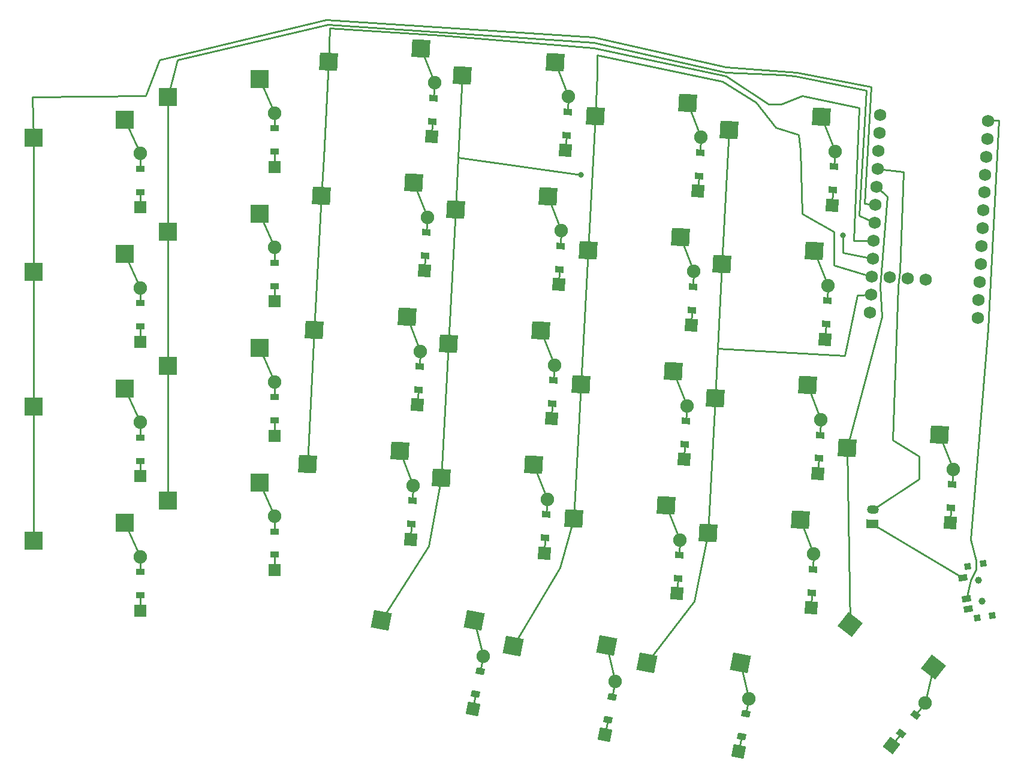
<source format=gbr>
%TF.GenerationSoftware,KiCad,Pcbnew,8.0.4*%
%TF.CreationDate,2024-09-16T15:22:01-06:00*%
%TF.ProjectId,left_board,6c656674-5f62-46f6-9172-642e6b696361,v1.0.0*%
%TF.SameCoordinates,Original*%
%TF.FileFunction,Copper,L2,Bot*%
%TF.FilePolarity,Positive*%
%FSLAX46Y46*%
G04 Gerber Fmt 4.6, Leading zero omitted, Abs format (unit mm)*
G04 Created by KiCad (PCBNEW 8.0.4) date 2024-09-16 15:22:01*
%MOMM*%
%LPD*%
G01*
G04 APERTURE LIST*
G04 Aperture macros list*
%AMHorizOval*
0 Thick line with rounded ends*
0 $1 width*
0 $2 $3 position (X,Y) of the first rounded end (center of the circle)*
0 $4 $5 position (X,Y) of the second rounded end (center of the circle)*
0 Add line between two ends*
20,1,$1,$2,$3,$4,$5,0*
0 Add two circle primitives to create the rounded ends*
1,1,$1,$2,$3*
1,1,$1,$4,$5*%
%AMRotRect*
0 Rectangle, with rotation*
0 The origin of the aperture is its center*
0 $1 length*
0 $2 width*
0 $3 Rotation angle, in degrees counterclockwise*
0 Add horizontal line*
21,1,$1,$2,0,0,$3*%
G04 Aperture macros list end*
%TA.AperFunction,SMDPad,CuDef*%
%ADD10RotRect,0.900000X0.900000X280.000000*%
%TD*%
%TA.AperFunction,WasherPad*%
%ADD11C,1.000000*%
%TD*%
%TA.AperFunction,SMDPad,CuDef*%
%ADD12RotRect,0.900000X1.250000X280.000000*%
%TD*%
%TA.AperFunction,ComponentPad*%
%ADD13RotRect,1.778000X1.778000X87.000000*%
%TD*%
%TA.AperFunction,SMDPad,CuDef*%
%ADD14RotRect,0.900000X1.200000X87.000000*%
%TD*%
%TA.AperFunction,ComponentPad*%
%ADD15C,1.905000*%
%TD*%
%TA.AperFunction,SMDPad,CuDef*%
%ADD16RotRect,2.550000X2.500000X357.000000*%
%TD*%
%TA.AperFunction,ComponentPad*%
%ADD17RotRect,1.778000X1.778000X79.000000*%
%TD*%
%TA.AperFunction,SMDPad,CuDef*%
%ADD18RotRect,0.900000X1.200000X79.000000*%
%TD*%
%TA.AperFunction,SMDPad,CuDef*%
%ADD19R,2.550000X2.500000*%
%TD*%
%TA.AperFunction,ComponentPad*%
%ADD20C,1.752600*%
%TD*%
%TA.AperFunction,ComponentPad*%
%ADD21R,1.778000X1.778000*%
%TD*%
%TA.AperFunction,SMDPad,CuDef*%
%ADD22R,1.200000X0.900000*%
%TD*%
%TA.AperFunction,ComponentPad*%
%ADD23RotRect,1.200000X1.700000X87.000000*%
%TD*%
%TA.AperFunction,ComponentPad*%
%ADD24HorizOval,1.200000X-0.249657X0.013084X0.249657X-0.013084X0*%
%TD*%
%TA.AperFunction,SMDPad,CuDef*%
%ADD25RotRect,2.550000X2.500000X349.000000*%
%TD*%
%TA.AperFunction,ComponentPad*%
%ADD26RotRect,1.778000X1.778000X52.000000*%
%TD*%
%TA.AperFunction,SMDPad,CuDef*%
%ADD27RotRect,0.900000X1.200000X52.000000*%
%TD*%
%TA.AperFunction,SMDPad,CuDef*%
%ADD28RotRect,2.550000X2.500000X322.000000*%
%TD*%
%TA.AperFunction,ViaPad*%
%ADD29C,0.800000*%
%TD*%
%TA.AperFunction,Conductor*%
%ADD30C,0.250000*%
%TD*%
G04 APERTURE END LIST*
D10*
%TO.P,T1,*%
%TO.N,*%
X277027359Y-162148845D03*
X274860782Y-162530871D03*
D11*
X276326097Y-164506435D03*
X276847041Y-167460859D03*
D10*
X278312356Y-169436423D03*
X276145779Y-169818449D03*
D12*
%TO.P,T1,1*%
%TO.N,pos*%
X274152385Y-164128151D03*
%TO.P,T1,2*%
%TO.N,RAW*%
X274673329Y-167082573D03*
%TO.P,T1,3*%
%TO.N,N/C*%
X274933801Y-168559784D03*
%TD*%
D13*
%TO.P,D13,1*%
%TO.N,P115*%
X215059692Y-160632736D03*
D14*
X215172738Y-158475696D03*
%TO.P,D13,2*%
%TO.N,three_bottom*%
X215345446Y-155180218D03*
D15*
X215458492Y-153023178D03*
%TD*%
D16*
%TO.P,S22,1*%
%TO.N,P104*%
X239151594Y-138776155D03*
%TO.P,S22,2*%
%TO.N,five_home*%
X252193811Y-136916183D03*
%TD*%
%TO.P,S11,1*%
%TO.N,P024*%
X183575529Y-110113247D03*
%TO.P,S11,2*%
%TO.N,two_qwerty*%
X196617746Y-108253275D03*
%TD*%
D17*
%TO.P,D25,1*%
%TO.N,P113*%
X204935649Y-182685083D03*
D18*
X205347796Y-180564768D03*
%TO.P,D25,2*%
%TO.N,near_thumb*%
X205977466Y-177325398D03*
D15*
X206389613Y-175205083D03*
%TD*%
D19*
%TO.P,S7,1*%
%TO.N,P022*%
X161894120Y-115190988D03*
%TO.P,S7,2*%
%TO.N,one_qwerty*%
X174821120Y-112650988D03*
%TD*%
D13*
%TO.P,D19,1*%
%TO.N,P029*%
X235773169Y-128435170D03*
D14*
X235886215Y-126278130D03*
%TO.P,D19,2*%
%TO.N,four_qwerty*%
X236058923Y-122982652D03*
D15*
X236171969Y-120825612D03*
%TD*%
D20*
%TO.P,MCU1,1*%
%TO.N,P006*%
X262495331Y-98712965D03*
%TO.P,MCU1,2*%
%TO.N,P008*%
X262362398Y-101249484D03*
%TO.P,MCU1,3*%
%TO.N,GND*%
X262229465Y-103786003D03*
%TO.P,MCU1,4*%
X262096531Y-106322522D03*
%TO.P,MCU1,5*%
%TO.N,P017*%
X261963598Y-108859041D03*
%TO.P,MCU1,6*%
%TO.N,P020*%
X261830665Y-111395561D03*
%TO.P,MCU1,7*%
%TO.N,P022*%
X261697731Y-113932080D03*
%TO.P,MCU1,8*%
%TO.N,P024*%
X261564798Y-116468599D03*
%TO.P,MCU1,9*%
%TO.N,P100*%
X261431865Y-119005118D03*
%TO.P,MCU1,10*%
%TO.N,P011*%
X261298931Y-121541637D03*
%TO.P,MCU1,11*%
%TO.N,P104*%
X261165998Y-124078156D03*
%TO.P,MCU1,12*%
%TO.N,P106*%
X261033065Y-126614675D03*
%TO.P,MCU1,13*%
%TO.N,P009*%
X276252179Y-127412275D03*
%TO.P,MCU1,14*%
%TO.N,P010*%
X276385112Y-124875756D03*
%TO.P,MCU1,15*%
%TO.N,P111*%
X276518045Y-122339237D03*
%TO.P,MCU1,16*%
%TO.N,P113*%
X276650979Y-119802718D03*
%TO.P,MCU1,17*%
%TO.N,P115*%
X276783912Y-117266199D03*
%TO.P,MCU1,18*%
%TO.N,P002*%
X276916845Y-114729679D03*
%TO.P,MCU1,19*%
%TO.N,P029*%
X277049779Y-112193160D03*
%TO.P,MCU1,20*%
%TO.N,P031*%
X277182712Y-109656641D03*
%TO.P,MCU1,21*%
%TO.N,VCC*%
X277315645Y-107120122D03*
%TO.P,MCU1,22*%
%TO.N,RST*%
X277448579Y-104583603D03*
%TO.P,MCU1,23*%
%TO.N,GND*%
X277581512Y-102047084D03*
%TO.P,MCU1,24*%
%TO.N,RAW*%
X277714445Y-99510565D03*
%TO.P,MCU1,31*%
%TO.N,P101*%
X263835450Y-121674570D03*
%TO.P,MCU1,32*%
%TO.N,P102*%
X266371969Y-121807503D03*
%TO.P,MCU1,33*%
%TO.N,P107*%
X268908488Y-121940437D03*
%TD*%
D16*
%TO.P,S18,1*%
%TO.N,P011*%
X220229968Y-136783142D03*
%TO.P,S18,2*%
%TO.N,four_home*%
X233272185Y-134923170D03*
%TD*%
%TO.P,S12,1*%
%TO.N,P024*%
X184569913Y-91139285D03*
%TO.P,S12,2*%
%TO.N,two_number*%
X197612130Y-89279313D03*
%TD*%
%TO.P,S16,1*%
%TO.N,P100*%
X203494024Y-93084863D03*
%TO.P,S16,2*%
%TO.N,three_number*%
X216536241Y-91224891D03*
%TD*%
D13*
%TO.P,D14,1*%
%TO.N,P002*%
X216054075Y-141658775D03*
D14*
X216167121Y-139501735D03*
%TO.P,D14,2*%
%TO.N,three_home*%
X216339829Y-136206257D03*
D15*
X216452875Y-134049217D03*
%TD*%
D13*
%TO.P,D21,1*%
%TO.N,P115*%
X252706028Y-168376105D03*
D14*
X252819074Y-166219065D03*
%TO.P,D21,2*%
%TO.N,five_bottom*%
X252991782Y-162923587D03*
D15*
X253104828Y-160766547D03*
%TD*%
D21*
%TO.P,D7,1*%
%TO.N,P029*%
X176979120Y-125040988D03*
D22*
X176979120Y-122880988D03*
%TO.P,D7,2*%
%TO.N,one_qwerty*%
X176979120Y-119580988D03*
D15*
X176979120Y-117420988D03*
%TD*%
D19*
%TO.P,S2,1*%
%TO.N,P020*%
X142894120Y-139905988D03*
%TO.P,S2,2*%
%TO.N,function_keys_home*%
X155821120Y-137365988D03*
%TD*%
D21*
%TO.P,D6,1*%
%TO.N,P002*%
X176979120Y-144040988D03*
D22*
X176979120Y-141880988D03*
%TO.P,D6,2*%
%TO.N,one_home*%
X176979120Y-138580988D03*
D15*
X176979120Y-136420988D03*
%TD*%
D17*
%TO.P,D27,1*%
%TO.N,P113*%
X242475993Y-188708791D03*
D18*
X242888140Y-186588476D03*
%TO.P,D27,2*%
%TO.N,far_thumb*%
X243517810Y-183349106D03*
D15*
X243929957Y-181228791D03*
%TD*%
D19*
%TO.P,S5,1*%
%TO.N,P022*%
X161894120Y-153190988D03*
%TO.P,S5,2*%
%TO.N,one_bottom*%
X174821120Y-150650988D03*
%TD*%
D23*
%TO.P,JST1,1*%
%TO.N,pos*%
X261339320Y-156501663D03*
D24*
%TO.P,JST1,2*%
%TO.N,GND*%
X261443992Y-154504403D03*
%TD*%
D16*
%TO.P,S19,1*%
%TO.N,P011*%
X221224352Y-117809181D03*
%TO.P,S19,2*%
%TO.N,four_qwerty*%
X234266569Y-115949209D03*
%TD*%
D17*
%TO.P,D26,1*%
%TO.N,P113*%
X223586565Y-186310454D03*
D18*
X223998712Y-184190139D03*
%TO.P,D26,2*%
%TO.N,home_thumb*%
X224628382Y-180950769D03*
D15*
X225040529Y-178830454D03*
%TD*%
D13*
%TO.P,D18,1*%
%TO.N,P002*%
X234778786Y-147409131D03*
D14*
X234891832Y-145252091D03*
%TO.P,D18,2*%
%TO.N,four_home*%
X235064540Y-141956613D03*
D15*
X235177586Y-139799573D03*
%TD*%
D13*
%TO.P,D24,1*%
%TO.N,P031*%
X255689178Y-111454221D03*
D14*
X255802224Y-109297181D03*
%TO.P,D24,2*%
%TO.N,five_number*%
X255974932Y-106001703D03*
D15*
X256087978Y-103844663D03*
%TD*%
D16*
%TO.P,S29,1*%
%TO.N,P017*%
X257811539Y-145762315D03*
%TO.P,S29,2*%
%TO.N,curly_square*%
X270853756Y-143902343D03*
%TD*%
D25*
%TO.P,S25,1*%
%TO.N,P100*%
X192007271Y-170137701D03*
%TO.P,S25,2*%
%TO.N,near_thumb*%
X205181421Y-170110956D03*
%TD*%
D13*
%TO.P,D29,1*%
%TO.N,P002*%
X272360357Y-156388304D03*
D14*
X272473403Y-154231264D03*
%TO.P,D29,2*%
%TO.N,curly_square*%
X272646111Y-150935786D03*
D15*
X272759157Y-148778746D03*
%TD*%
D19*
%TO.P,S8,1*%
%TO.N,P022*%
X161894120Y-96190988D03*
%TO.P,S8,2*%
%TO.N,one_number*%
X174821120Y-93650988D03*
%TD*%
%TO.P,S1,1*%
%TO.N,P020*%
X142894120Y-158905988D03*
%TO.P,S1,2*%
%TO.N,function_keys_bottom*%
X155821120Y-156365988D03*
%TD*%
D16*
%TO.P,S13,1*%
%TO.N,P100*%
X200510874Y-150006747D03*
%TO.P,S13,2*%
%TO.N,three_bottom*%
X213553091Y-148146775D03*
%TD*%
D21*
%TO.P,D3,1*%
%TO.N,P029*%
X157979120Y-130755988D03*
D22*
X157979120Y-128595988D03*
%TO.P,D3,2*%
%TO.N,function_keys_qwerty*%
X157979120Y-125295988D03*
D15*
X157979120Y-123135988D03*
%TD*%
D13*
%TO.P,D22,1*%
%TO.N,P002*%
X253700411Y-149402144D03*
D14*
X253813457Y-147245104D03*
%TO.P,D22,2*%
%TO.N,five_home*%
X253986165Y-143949626D03*
D15*
X254099211Y-141792586D03*
%TD*%
D21*
%TO.P,D8,1*%
%TO.N,P031*%
X176979120Y-106040988D03*
D22*
X176979120Y-103880988D03*
%TO.P,D8,2*%
%TO.N,one_number*%
X176979120Y-100580988D03*
D15*
X176979120Y-98420988D03*
%TD*%
D13*
%TO.P,D15,1*%
%TO.N,P029*%
X217048458Y-122684813D03*
D14*
X217161504Y-120527773D03*
%TO.P,D15,2*%
%TO.N,three_qwerty*%
X217334212Y-117232295D03*
D15*
X217447258Y-115075255D03*
%TD*%
D19*
%TO.P,S6,1*%
%TO.N,P022*%
X161894120Y-134190988D03*
%TO.P,S6,2*%
%TO.N,one_home*%
X174821120Y-131650988D03*
%TD*%
D25*
%TO.P,S26,1*%
%TO.N,P011*%
X210658187Y-173763071D03*
%TO.P,S26,2*%
%TO.N,home_thumb*%
X223832337Y-173736326D03*
%TD*%
D13*
%TO.P,D12,1*%
%TO.N,P031*%
X199118730Y-101765274D03*
D14*
X199231776Y-99608234D03*
%TO.P,D12,2*%
%TO.N,two_number*%
X199404484Y-96312756D03*
D15*
X199517530Y-94155716D03*
%TD*%
D13*
%TO.P,D10,1*%
%TO.N,P002*%
X197129964Y-139713197D03*
D14*
X197243010Y-137556157D03*
%TO.P,D10,2*%
%TO.N,two_home*%
X197415718Y-134260679D03*
D15*
X197528764Y-132103639D03*
%TD*%
D16*
%TO.P,S23,1*%
%TO.N,P104*%
X240145977Y-119802193D03*
%TO.P,S23,2*%
%TO.N,five_qwerty*%
X253188194Y-117942221D03*
%TD*%
D19*
%TO.P,S3,1*%
%TO.N,P020*%
X142894120Y-120905988D03*
%TO.P,S3,2*%
%TO.N,function_keys_qwerty*%
X155821120Y-118365988D03*
%TD*%
%TO.P,S4,1*%
%TO.N,P020*%
X142894120Y-101905988D03*
%TO.P,S4,2*%
%TO.N,function_keys_number*%
X155821120Y-99365988D03*
%TD*%
D13*
%TO.P,D23,1*%
%TO.N,P029*%
X254694794Y-130428182D03*
D14*
X254807840Y-128271142D03*
%TO.P,D23,2*%
%TO.N,five_qwerty*%
X254980548Y-124975664D03*
D15*
X255093594Y-122818624D03*
%TD*%
D16*
%TO.P,S9,1*%
%TO.N,P024*%
X181586763Y-148061169D03*
%TO.P,S9,2*%
%TO.N,two_bottom*%
X194628980Y-146201197D03*
%TD*%
D25*
%TO.P,S27,1*%
%TO.N,P104*%
X229547615Y-176161408D03*
%TO.P,S27,2*%
%TO.N,far_thumb*%
X242721765Y-176134663D03*
%TD*%
D13*
%TO.P,D17,1*%
%TO.N,P115*%
X233784403Y-166383092D03*
D14*
X233897449Y-164226052D03*
%TO.P,D17,2*%
%TO.N,four_bottom*%
X234070157Y-160930574D03*
D15*
X234183203Y-158773534D03*
%TD*%
D16*
%TO.P,S15,1*%
%TO.N,P100*%
X202499641Y-112058824D03*
%TO.P,S15,2*%
%TO.N,three_qwerty*%
X215541858Y-110198852D03*
%TD*%
%TO.P,S20,1*%
%TO.N,P011*%
X222218735Y-98835219D03*
%TO.P,S20,2*%
%TO.N,four_number*%
X235260952Y-96975247D03*
%TD*%
D21*
%TO.P,D2,1*%
%TO.N,P002*%
X157979120Y-149755988D03*
D22*
X157979120Y-147595988D03*
%TO.P,D2,2*%
%TO.N,function_keys_home*%
X157979120Y-144295988D03*
D15*
X157979120Y-142135988D03*
%TD*%
D16*
%TO.P,S17,1*%
%TO.N,P011*%
X219235585Y-155757103D03*
%TO.P,S17,2*%
%TO.N,four_bottom*%
X232277802Y-153897131D03*
%TD*%
%TO.P,S14,1*%
%TO.N,P100*%
X201505257Y-131032786D03*
%TO.P,S14,2*%
%TO.N,three_home*%
X214547474Y-129172814D03*
%TD*%
%TO.P,S21,1*%
%TO.N,P104*%
X238157211Y-157750116D03*
%TO.P,S21,2*%
%TO.N,five_bottom*%
X251199428Y-155890144D03*
%TD*%
D21*
%TO.P,D1,1*%
%TO.N,P115*%
X157979120Y-168755988D03*
D22*
X157979120Y-166595988D03*
%TO.P,D1,2*%
%TO.N,function_keys_bottom*%
X157979120Y-163295988D03*
D15*
X157979120Y-161135988D03*
%TD*%
D26*
%TO.P,D28,1*%
%TO.N,P113*%
X264087281Y-187829376D03*
D27*
X265417110Y-186127273D03*
%TO.P,D28,2*%
%TO.N,space_thumb*%
X267448792Y-183526837D03*
D15*
X268778621Y-181824734D03*
%TD*%
D21*
%TO.P,D4,1*%
%TO.N,P031*%
X157979120Y-111755988D03*
D22*
X157979120Y-109595988D03*
%TO.P,D4,2*%
%TO.N,function_keys_number*%
X157979120Y-106295988D03*
D15*
X157979120Y-104135988D03*
%TD*%
D21*
%TO.P,D5,1*%
%TO.N,P115*%
X176979120Y-163040988D03*
D22*
X176979120Y-160880988D03*
%TO.P,D5,2*%
%TO.N,one_bottom*%
X176979120Y-157580988D03*
D15*
X176979120Y-155420988D03*
%TD*%
D28*
%TO.P,S28,1*%
%TO.N,P017*%
X258264404Y-170780217D03*
%TO.P,S28,2*%
%TO.N,space_thumb*%
X270014799Y-176737326D03*
%TD*%
D13*
%TO.P,D20,1*%
%TO.N,P031*%
X236767552Y-109461208D03*
D14*
X236880598Y-107304168D03*
%TO.P,D20,2*%
%TO.N,four_number*%
X237053306Y-104008690D03*
D15*
X237166352Y-101851650D03*
%TD*%
D13*
%TO.P,D9,1*%
%TO.N,P115*%
X196135580Y-158687158D03*
D14*
X196248626Y-156530118D03*
%TO.P,D9,2*%
%TO.N,two_bottom*%
X196421334Y-153234640D03*
D15*
X196534380Y-151077600D03*
%TD*%
D13*
%TO.P,D11,1*%
%TO.N,P029*%
X198124347Y-120739236D03*
D14*
X198237393Y-118582196D03*
%TO.P,D11,2*%
%TO.N,two_qwerty*%
X198410101Y-115286718D03*
D15*
X198523147Y-113129678D03*
%TD*%
D16*
%TO.P,S24,1*%
%TO.N,P104*%
X241140360Y-100828232D03*
%TO.P,S24,2*%
%TO.N,five_number*%
X254182577Y-98968260D03*
%TD*%
%TO.P,S10,1*%
%TO.N,P024*%
X182581146Y-129087208D03*
%TO.P,S10,2*%
%TO.N,two_home*%
X195623363Y-127227236D03*
%TD*%
D13*
%TO.P,D16,1*%
%TO.N,P031*%
X218042841Y-103710852D03*
D14*
X218155887Y-101553812D03*
%TO.P,D16,2*%
%TO.N,three_number*%
X218328595Y-98258334D03*
D15*
X218441641Y-96101294D03*
%TD*%
D29*
%TO.N,P100*%
X257229120Y-115695988D03*
X220229120Y-107195988D03*
%TD*%
D30*
%TO.N,P020*%
X261229120Y-94695988D02*
X260229120Y-111195988D01*
X142729120Y-96195988D02*
X158729120Y-95945988D01*
X240729120Y-91945988D02*
X250729120Y-92695988D01*
X142894120Y-120905988D02*
X142894120Y-139905988D01*
X142894120Y-139905988D02*
X142894120Y-158905988D01*
X221979120Y-87695988D02*
X240729120Y-91945988D01*
X160729120Y-90945988D02*
X184229120Y-85195988D01*
X260229120Y-111195988D02*
X261830665Y-111395561D01*
X250729120Y-92695988D02*
X261229120Y-94695988D01*
X142894120Y-101905988D02*
X142729120Y-96195988D01*
X142894120Y-101905988D02*
X142894120Y-120905988D01*
X158729120Y-95945988D02*
X160729120Y-90945988D01*
X184229120Y-85195988D02*
X221979120Y-87695988D01*
%TO.N,function_keys_bottom*%
X157979120Y-161135988D02*
X157979120Y-163295988D01*
X155821120Y-156365988D02*
X157979120Y-161135988D01*
%TO.N,function_keys_home*%
X157979120Y-142135988D02*
X157979120Y-144295988D01*
X155821120Y-137365988D02*
X157979120Y-142135988D01*
%TO.N,function_keys_qwerty*%
X157979120Y-123135988D02*
X157979120Y-125295988D01*
X155821120Y-118365988D02*
X157979120Y-123135988D01*
%TO.N,function_keys_number*%
X157979120Y-104135988D02*
X157979120Y-106295988D01*
X155821120Y-99365988D02*
X157979120Y-104135988D01*
%TO.N,P022*%
X259479120Y-112945988D02*
X261697731Y-113932080D01*
X221979120Y-88445988D02*
X240729120Y-92695988D01*
X161894120Y-134190988D02*
X161894120Y-115190988D01*
X240729120Y-92695988D02*
X248725297Y-92996966D01*
X163229120Y-90945988D02*
X184479120Y-85945988D01*
X161894120Y-96190988D02*
X161894120Y-115190988D01*
X260479120Y-95195988D02*
X259479120Y-112945988D01*
X250479120Y-93195988D02*
X260479120Y-95195988D01*
X161894120Y-96190988D02*
X163229120Y-90945988D01*
X248725297Y-92996966D02*
X250479120Y-93195988D01*
X184479120Y-85945988D02*
X221979120Y-88445988D01*
X161894120Y-153190988D02*
X161894120Y-134190988D01*
%TO.N,one_bottom*%
X176979120Y-157580988D02*
X176979120Y-155420988D01*
X176979120Y-155420988D02*
X174821120Y-150650988D01*
%TO.N,one_home*%
X176979120Y-138580988D02*
X176979120Y-136420988D01*
X176979120Y-136420988D02*
X174821120Y-131650988D01*
%TO.N,one_qwerty*%
X176979120Y-117420988D02*
X174821120Y-112650988D01*
X176979120Y-119580988D02*
X176979120Y-117420988D01*
%TO.N,one_number*%
X176979120Y-100580988D02*
X176979120Y-98420988D01*
X176979120Y-98420988D02*
X174821120Y-93650988D01*
%TO.N,P024*%
X246729120Y-97195988D02*
X248479120Y-97195988D01*
X183575529Y-110113247D02*
X183859436Y-104695988D01*
X251479120Y-95945988D02*
X259479120Y-97695988D01*
X240729120Y-93195988D02*
X246729120Y-97195988D01*
X184729120Y-86445988D02*
X200477948Y-87463575D01*
X184569913Y-91139285D02*
X184729120Y-86445988D01*
X259479120Y-97695988D02*
X258729120Y-116445988D01*
X181586763Y-148061169D02*
X182581146Y-129087208D01*
X182581146Y-129087208D02*
X183575529Y-110113247D01*
X248479120Y-97195988D02*
X251479120Y-95945988D01*
X221979120Y-89195988D02*
X240729120Y-93195988D01*
X183859436Y-104695988D02*
X184569913Y-91139285D01*
X200477948Y-87463575D02*
X221979120Y-89195988D01*
X258729120Y-116445988D02*
X261564798Y-116468599D01*
%TO.N,two_bottom*%
X196421334Y-153234640D02*
X196534380Y-151077600D01*
X194628980Y-146201197D02*
X196534380Y-151077600D01*
%TO.N,two_home*%
X195623363Y-127227236D02*
X197528764Y-132103639D01*
X197415718Y-134260679D02*
X197528764Y-132103639D01*
%TO.N,two_qwerty*%
X196617746Y-108253275D02*
X198523147Y-113129678D01*
X198410101Y-115286718D02*
X198523147Y-113129678D01*
%TO.N,two_number*%
X197612130Y-89279313D02*
X199517530Y-94155716D01*
X199404484Y-96312756D02*
X199517530Y-94155716D01*
%TO.N,P100*%
X202885511Y-104695988D02*
X202499641Y-112058824D01*
X257229120Y-118195988D02*
X261431865Y-119005118D01*
X201505257Y-131032786D02*
X202499641Y-112058824D01*
X202885511Y-104695988D02*
X220229120Y-107195988D01*
X198729120Y-159695988D02*
X200510874Y-150006747D01*
X257229120Y-115695988D02*
X257229120Y-118195988D01*
X192007271Y-170137701D02*
X198729120Y-159695988D01*
X203494024Y-93084863D02*
X202885511Y-104695988D01*
X200510874Y-150006747D02*
X201505257Y-131032786D01*
%TO.N,three_bottom*%
X215345446Y-155180218D02*
X215458492Y-153023178D01*
X215458492Y-153023178D02*
X213553091Y-148146775D01*
%TO.N,three_home*%
X216452875Y-134049217D02*
X216339829Y-136206257D01*
X214547474Y-129172814D02*
X216452875Y-134049217D01*
%TO.N,three_qwerty*%
X217334212Y-117232295D02*
X217447258Y-115075255D01*
X217447258Y-115075255D02*
X215541858Y-110198852D01*
%TO.N,three_number*%
X218441641Y-96101294D02*
X216536241Y-91224891D01*
X218328595Y-98258334D02*
X218441641Y-96101294D01*
%TO.N,P011*%
X247729120Y-100445988D02*
X244979120Y-96945988D01*
X261298931Y-121541637D02*
X255979120Y-119945988D01*
X222218735Y-98835219D02*
X222479120Y-92945988D01*
X217229120Y-162695988D02*
X210658187Y-173763071D01*
X222479120Y-90195988D02*
X222479120Y-92945988D01*
X220229968Y-136783142D02*
X219235585Y-155757103D01*
X221224352Y-117809181D02*
X220229968Y-136783142D01*
X251229120Y-103695988D02*
X250979120Y-101445988D01*
X255979120Y-119945988D02*
X255979120Y-115195988D01*
X251479120Y-112695988D02*
X251229120Y-103695988D01*
X244979120Y-96945988D02*
X240229120Y-93945988D01*
X219235585Y-155757103D02*
X217229120Y-162695988D01*
X240229120Y-93945988D02*
X222479120Y-90195988D01*
X250979120Y-101445988D02*
X247729120Y-100445988D01*
X255979120Y-115195988D02*
X251479120Y-112695988D01*
X222218735Y-98835219D02*
X221224352Y-117809181D01*
%TO.N,four_bottom*%
X234183203Y-158773534D02*
X232277802Y-153897131D01*
X234070157Y-160930574D02*
X234183203Y-158773534D01*
%TO.N,four_home*%
X235064540Y-141956613D02*
X235177586Y-139799573D01*
X235177586Y-139799573D02*
X233272185Y-134923170D01*
%TO.N,four_qwerty*%
X236058923Y-122982652D02*
X236171969Y-120825612D01*
X234266569Y-115949209D02*
X236171969Y-120825612D01*
%TO.N,four_number*%
X237053306Y-104008690D02*
X237166352Y-101851650D01*
X237166352Y-101851650D02*
X235260952Y-96975247D01*
%TO.N,P104*%
X238157211Y-157750116D02*
X239151594Y-138776155D01*
X239522650Y-131695988D02*
X257479120Y-132695988D01*
X240145977Y-119802193D02*
X241140360Y-100828232D01*
X239151594Y-138776155D02*
X239522650Y-131695988D01*
X259229120Y-124195988D02*
X261165998Y-124078156D01*
X236229120Y-167445988D02*
X238157211Y-157750116D01*
X257479120Y-132695988D02*
X259229120Y-124195988D01*
X239522650Y-131695988D02*
X240145977Y-119802193D01*
X229547615Y-176161408D02*
X236229120Y-167445988D01*
%TO.N,five_bottom*%
X252991782Y-162923587D02*
X253104828Y-160766547D01*
X253104828Y-160766547D02*
X251199428Y-155890144D01*
%TO.N,five_home*%
X254099211Y-141792586D02*
X252193811Y-136916183D01*
X253986165Y-143949626D02*
X254099211Y-141792586D01*
%TO.N,five_qwerty*%
X254980548Y-124975664D02*
X255093594Y-122818624D01*
X255093594Y-122818624D02*
X253188194Y-117942221D01*
%TO.N,five_number*%
X256087978Y-103844663D02*
X255974932Y-106001703D01*
X254182577Y-98968260D02*
X256087978Y-103844663D01*
%TO.N,near_thumb*%
X205181421Y-170110956D02*
X206389613Y-175205083D01*
X205977466Y-177325398D02*
X206389613Y-175205083D01*
%TO.N,home_thumb*%
X225040529Y-178830454D02*
X223832337Y-173736326D01*
X224628382Y-180950769D02*
X225040529Y-178830454D01*
%TO.N,far_thumb*%
X243517810Y-183349106D02*
X243929957Y-181228791D01*
X243929957Y-181228791D02*
X242721765Y-176134663D01*
%TO.N,P017*%
X263479120Y-110195988D02*
X261963598Y-108859041D01*
X258264404Y-170780217D02*
X257811539Y-145762315D01*
X262479120Y-122945988D02*
X263479120Y-110195988D01*
X257811539Y-145762315D02*
X262729120Y-127195988D01*
X262729120Y-127195988D02*
X262479120Y-122945988D01*
%TO.N,space_thumb*%
X268778621Y-181824734D02*
X267448792Y-183526837D01*
X270014799Y-176737326D02*
X268778621Y-181824734D01*
%TO.N,curly_square*%
X272759157Y-148778746D02*
X270853756Y-143902343D01*
X272646111Y-150935786D02*
X272759157Y-148778746D01*
%TO.N,P115*%
X215059692Y-160632736D02*
X215172738Y-158475696D01*
X252706028Y-168376105D02*
X252819074Y-166219065D01*
X196135580Y-158687158D02*
X196248626Y-156530118D01*
X157979120Y-166595988D02*
X157979120Y-168755988D01*
X233784403Y-166383092D02*
X233897449Y-164226052D01*
X176979120Y-163040988D02*
X176979120Y-160880988D01*
%TO.N,P002*%
X157979120Y-147595988D02*
X157979120Y-149755988D01*
X216167121Y-139501735D02*
X216054075Y-141658775D01*
X197129964Y-139713197D02*
X197243010Y-137556157D01*
X234778786Y-147409131D02*
X234891832Y-145252091D01*
X272360357Y-156388304D02*
X272473403Y-154231264D01*
X176979120Y-144040988D02*
X176979120Y-141880988D01*
X253700411Y-149402144D02*
X253813457Y-147245104D01*
%TO.N,P029*%
X235773169Y-128435170D02*
X235886215Y-126278130D01*
X176979120Y-125040988D02*
X176979120Y-122880988D01*
X198237393Y-118582196D02*
X198124347Y-120739236D01*
X217048458Y-122684813D02*
X217161504Y-120527773D01*
X157979120Y-128595988D02*
X157979120Y-130755988D01*
X254694794Y-130428182D02*
X254807840Y-128271142D01*
%TO.N,P031*%
X157979120Y-109595988D02*
X157979120Y-111755988D01*
X176979120Y-106040988D02*
X176979120Y-103880988D01*
X255802224Y-109297181D02*
X255689178Y-111454221D01*
X236767552Y-109461208D02*
X236880598Y-107304168D01*
X199118730Y-101765274D02*
X199231776Y-99608234D01*
X218042841Y-103710852D02*
X218155887Y-101553812D01*
%TO.N,P113*%
X223586565Y-186310454D02*
X223998712Y-184190139D01*
X242475993Y-188708791D02*
X242888140Y-186588476D01*
X204935649Y-182685083D02*
X205347796Y-180564768D01*
X265417110Y-186127273D02*
X264087281Y-187829376D01*
%TO.N,RAW*%
X275229120Y-158695988D02*
X277729120Y-128945988D01*
X279229120Y-99445988D02*
X277714445Y-99510565D01*
X275229120Y-164445988D02*
X275979120Y-162945988D01*
X275979120Y-162945988D02*
X275979120Y-161695988D01*
X274673329Y-167082573D02*
X275229120Y-164445988D01*
X277729120Y-128945988D02*
X279229120Y-99445988D01*
X275979120Y-161695988D02*
X275229120Y-158695988D01*
%TO.N,GND*%
X265229120Y-120695988D02*
X265729120Y-106695988D01*
X264979120Y-122945988D02*
X265229120Y-120695988D01*
X267979120Y-146945988D02*
X264229120Y-144695988D01*
X264229120Y-144695988D02*
X264979120Y-122945988D01*
X267979120Y-150195988D02*
X267979120Y-146945988D01*
X261443992Y-154504403D02*
X267979120Y-150195988D01*
X265729120Y-106695988D02*
X262096531Y-106322522D01*
%TO.N,pos*%
X274152385Y-164128150D02*
X261339320Y-156501663D01*
%TD*%
M02*

</source>
